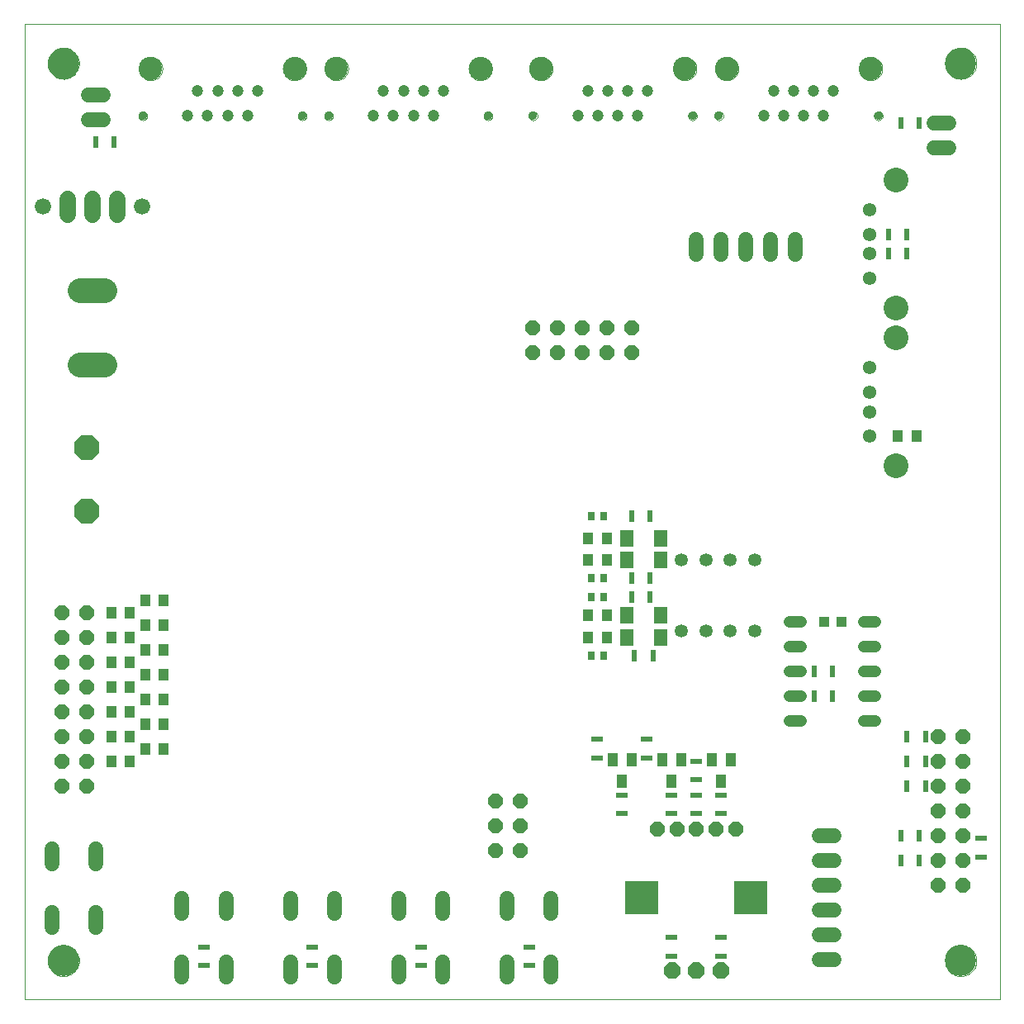
<source format=gbs>
G75*
G70*
%OFA0B0*%
%FSLAX24Y24*%
%IPPOS*%
%LPD*%
%AMOC8*
5,1,8,0,0,1.08239X$1,22.5*
%
%ADD10C,0.0000*%
%ADD11C,0.1260*%
%ADD12C,0.0600*%
%ADD13C,0.0480*%
%ADD14R,0.0413X0.0425*%
%ADD15R,0.0236X0.0512*%
%ADD16C,0.0472*%
%ADD17C,0.0945*%
%ADD18C,0.0354*%
%ADD19C,0.0543*%
%ADD20C,0.1000*%
%ADD21OC8,0.0591*%
%ADD22R,0.0433X0.0512*%
%ADD23OC8,0.0660*%
%ADD24R,0.1378X0.1378*%
%ADD25R,0.0512X0.0236*%
%ADD26R,0.0394X0.0551*%
%ADD27OC8,0.0600*%
%ADD28OC8,0.1000*%
%ADD29R,0.0276X0.0354*%
%ADD30R,0.0551X0.0709*%
%ADD31C,0.1000*%
%ADD32C,0.0650*%
%ADD33C,0.0660*%
%ADD34C,0.0531*%
D10*
X000825Y000180D02*
X000825Y039550D01*
X040195Y039550D01*
X040195Y000180D01*
X000825Y000180D01*
X001769Y001755D02*
X001771Y001805D01*
X001777Y001855D01*
X001787Y001904D01*
X001801Y001952D01*
X001818Y001999D01*
X001839Y002044D01*
X001864Y002088D01*
X001892Y002129D01*
X001924Y002168D01*
X001958Y002205D01*
X001995Y002239D01*
X002035Y002269D01*
X002077Y002296D01*
X002121Y002320D01*
X002167Y002341D01*
X002214Y002357D01*
X002262Y002370D01*
X002312Y002379D01*
X002361Y002384D01*
X002412Y002385D01*
X002462Y002382D01*
X002511Y002375D01*
X002560Y002364D01*
X002608Y002349D01*
X002654Y002331D01*
X002699Y002309D01*
X002742Y002283D01*
X002783Y002254D01*
X002822Y002222D01*
X002858Y002187D01*
X002890Y002149D01*
X002920Y002109D01*
X002947Y002066D01*
X002970Y002022D01*
X002989Y001976D01*
X003005Y001928D01*
X003017Y001879D01*
X003025Y001830D01*
X003029Y001780D01*
X003029Y001730D01*
X003025Y001680D01*
X003017Y001631D01*
X003005Y001582D01*
X002989Y001534D01*
X002970Y001488D01*
X002947Y001444D01*
X002920Y001401D01*
X002890Y001361D01*
X002858Y001323D01*
X002822Y001288D01*
X002783Y001256D01*
X002742Y001227D01*
X002699Y001201D01*
X002654Y001179D01*
X002608Y001161D01*
X002560Y001146D01*
X002511Y001135D01*
X002462Y001128D01*
X002412Y001125D01*
X002361Y001126D01*
X002312Y001131D01*
X002262Y001140D01*
X002214Y001153D01*
X002167Y001169D01*
X002121Y001190D01*
X002077Y001214D01*
X002035Y001241D01*
X001995Y001271D01*
X001958Y001305D01*
X001924Y001342D01*
X001892Y001381D01*
X001864Y001422D01*
X001839Y001466D01*
X001818Y001511D01*
X001801Y001558D01*
X001787Y001606D01*
X001777Y001655D01*
X001771Y001705D01*
X001769Y001755D01*
X005429Y035853D02*
X005431Y035879D01*
X005437Y035905D01*
X005447Y035930D01*
X005460Y035953D01*
X005476Y035973D01*
X005496Y035991D01*
X005518Y036006D01*
X005541Y036018D01*
X005567Y036026D01*
X005593Y036030D01*
X005619Y036030D01*
X005645Y036026D01*
X005671Y036018D01*
X005695Y036006D01*
X005716Y035991D01*
X005736Y035973D01*
X005752Y035953D01*
X005765Y035930D01*
X005775Y035905D01*
X005781Y035879D01*
X005783Y035853D01*
X005781Y035827D01*
X005775Y035801D01*
X005765Y035776D01*
X005752Y035753D01*
X005736Y035733D01*
X005716Y035715D01*
X005694Y035700D01*
X005671Y035688D01*
X005645Y035680D01*
X005619Y035676D01*
X005593Y035676D01*
X005567Y035680D01*
X005541Y035688D01*
X005517Y035700D01*
X005496Y035715D01*
X005476Y035733D01*
X005460Y035753D01*
X005447Y035776D01*
X005437Y035801D01*
X005431Y035827D01*
X005429Y035853D01*
X005449Y037759D02*
X005451Y037802D01*
X005457Y037844D01*
X005467Y037886D01*
X005480Y037927D01*
X005497Y037967D01*
X005518Y038004D01*
X005542Y038040D01*
X005569Y038073D01*
X005599Y038104D01*
X005632Y038132D01*
X005667Y038157D01*
X005704Y038178D01*
X005743Y038196D01*
X005783Y038210D01*
X005825Y038221D01*
X005867Y038228D01*
X005910Y038231D01*
X005953Y038230D01*
X005996Y038225D01*
X006038Y038216D01*
X006079Y038204D01*
X006119Y038188D01*
X006157Y038168D01*
X006193Y038145D01*
X006227Y038118D01*
X006259Y038089D01*
X006287Y038057D01*
X006313Y038022D01*
X006335Y037986D01*
X006354Y037947D01*
X006369Y037907D01*
X006381Y037866D01*
X006389Y037823D01*
X006393Y037780D01*
X006393Y037738D01*
X006389Y037695D01*
X006381Y037652D01*
X006369Y037611D01*
X006354Y037571D01*
X006335Y037532D01*
X006313Y037496D01*
X006287Y037461D01*
X006259Y037429D01*
X006227Y037400D01*
X006193Y037373D01*
X006157Y037350D01*
X006119Y037330D01*
X006079Y037314D01*
X006038Y037302D01*
X005996Y037293D01*
X005953Y037288D01*
X005910Y037287D01*
X005867Y037290D01*
X005825Y037297D01*
X005783Y037308D01*
X005743Y037322D01*
X005704Y037340D01*
X005667Y037361D01*
X005632Y037386D01*
X005599Y037414D01*
X005569Y037445D01*
X005542Y037478D01*
X005518Y037514D01*
X005497Y037551D01*
X005480Y037591D01*
X005467Y037632D01*
X005457Y037674D01*
X005451Y037716D01*
X005449Y037759D01*
X001769Y037975D02*
X001771Y038025D01*
X001777Y038075D01*
X001787Y038124D01*
X001801Y038172D01*
X001818Y038219D01*
X001839Y038264D01*
X001864Y038308D01*
X001892Y038349D01*
X001924Y038388D01*
X001958Y038425D01*
X001995Y038459D01*
X002035Y038489D01*
X002077Y038516D01*
X002121Y038540D01*
X002167Y038561D01*
X002214Y038577D01*
X002262Y038590D01*
X002312Y038599D01*
X002361Y038604D01*
X002412Y038605D01*
X002462Y038602D01*
X002511Y038595D01*
X002560Y038584D01*
X002608Y038569D01*
X002654Y038551D01*
X002699Y038529D01*
X002742Y038503D01*
X002783Y038474D01*
X002822Y038442D01*
X002858Y038407D01*
X002890Y038369D01*
X002920Y038329D01*
X002947Y038286D01*
X002970Y038242D01*
X002989Y038196D01*
X003005Y038148D01*
X003017Y038099D01*
X003025Y038050D01*
X003029Y038000D01*
X003029Y037950D01*
X003025Y037900D01*
X003017Y037851D01*
X003005Y037802D01*
X002989Y037754D01*
X002970Y037708D01*
X002947Y037664D01*
X002920Y037621D01*
X002890Y037581D01*
X002858Y037543D01*
X002822Y037508D01*
X002783Y037476D01*
X002742Y037447D01*
X002699Y037421D01*
X002654Y037399D01*
X002608Y037381D01*
X002560Y037366D01*
X002511Y037355D01*
X002462Y037348D01*
X002412Y037345D01*
X002361Y037346D01*
X002312Y037351D01*
X002262Y037360D01*
X002214Y037373D01*
X002167Y037389D01*
X002121Y037410D01*
X002077Y037434D01*
X002035Y037461D01*
X001995Y037491D01*
X001958Y037525D01*
X001924Y037562D01*
X001892Y037601D01*
X001864Y037642D01*
X001839Y037686D01*
X001818Y037731D01*
X001801Y037778D01*
X001787Y037826D01*
X001777Y037875D01*
X001771Y037925D01*
X001769Y037975D01*
X011256Y037759D02*
X011258Y037802D01*
X011264Y037844D01*
X011274Y037886D01*
X011287Y037927D01*
X011304Y037967D01*
X011325Y038004D01*
X011349Y038040D01*
X011376Y038073D01*
X011406Y038104D01*
X011439Y038132D01*
X011474Y038157D01*
X011511Y038178D01*
X011550Y038196D01*
X011590Y038210D01*
X011632Y038221D01*
X011674Y038228D01*
X011717Y038231D01*
X011760Y038230D01*
X011803Y038225D01*
X011845Y038216D01*
X011886Y038204D01*
X011926Y038188D01*
X011964Y038168D01*
X012000Y038145D01*
X012034Y038118D01*
X012066Y038089D01*
X012094Y038057D01*
X012120Y038022D01*
X012142Y037986D01*
X012161Y037947D01*
X012176Y037907D01*
X012188Y037866D01*
X012196Y037823D01*
X012200Y037780D01*
X012200Y037738D01*
X012196Y037695D01*
X012188Y037652D01*
X012176Y037611D01*
X012161Y037571D01*
X012142Y037532D01*
X012120Y037496D01*
X012094Y037461D01*
X012066Y037429D01*
X012034Y037400D01*
X012000Y037373D01*
X011964Y037350D01*
X011926Y037330D01*
X011886Y037314D01*
X011845Y037302D01*
X011803Y037293D01*
X011760Y037288D01*
X011717Y037287D01*
X011674Y037290D01*
X011632Y037297D01*
X011590Y037308D01*
X011550Y037322D01*
X011511Y037340D01*
X011474Y037361D01*
X011439Y037386D01*
X011406Y037414D01*
X011376Y037445D01*
X011349Y037478D01*
X011325Y037514D01*
X011304Y037551D01*
X011287Y037591D01*
X011274Y037632D01*
X011264Y037674D01*
X011258Y037716D01*
X011256Y037759D01*
X011866Y035853D02*
X011868Y035879D01*
X011874Y035905D01*
X011884Y035930D01*
X011897Y035953D01*
X011913Y035973D01*
X011933Y035991D01*
X011955Y036006D01*
X011978Y036018D01*
X012004Y036026D01*
X012030Y036030D01*
X012056Y036030D01*
X012082Y036026D01*
X012108Y036018D01*
X012132Y036006D01*
X012153Y035991D01*
X012173Y035973D01*
X012189Y035953D01*
X012202Y035930D01*
X012212Y035905D01*
X012218Y035879D01*
X012220Y035853D01*
X012218Y035827D01*
X012212Y035801D01*
X012202Y035776D01*
X012189Y035753D01*
X012173Y035733D01*
X012153Y035715D01*
X012131Y035700D01*
X012108Y035688D01*
X012082Y035680D01*
X012056Y035676D01*
X012030Y035676D01*
X012004Y035680D01*
X011978Y035688D01*
X011954Y035700D01*
X011933Y035715D01*
X011913Y035733D01*
X011897Y035753D01*
X011884Y035776D01*
X011874Y035801D01*
X011868Y035827D01*
X011866Y035853D01*
X012929Y035853D02*
X012931Y035879D01*
X012937Y035905D01*
X012947Y035930D01*
X012960Y035953D01*
X012976Y035973D01*
X012996Y035991D01*
X013018Y036006D01*
X013041Y036018D01*
X013067Y036026D01*
X013093Y036030D01*
X013119Y036030D01*
X013145Y036026D01*
X013171Y036018D01*
X013195Y036006D01*
X013216Y035991D01*
X013236Y035973D01*
X013252Y035953D01*
X013265Y035930D01*
X013275Y035905D01*
X013281Y035879D01*
X013283Y035853D01*
X013281Y035827D01*
X013275Y035801D01*
X013265Y035776D01*
X013252Y035753D01*
X013236Y035733D01*
X013216Y035715D01*
X013194Y035700D01*
X013171Y035688D01*
X013145Y035680D01*
X013119Y035676D01*
X013093Y035676D01*
X013067Y035680D01*
X013041Y035688D01*
X013017Y035700D01*
X012996Y035715D01*
X012976Y035733D01*
X012960Y035753D01*
X012947Y035776D01*
X012937Y035801D01*
X012931Y035827D01*
X012929Y035853D01*
X012949Y037759D02*
X012951Y037802D01*
X012957Y037844D01*
X012967Y037886D01*
X012980Y037927D01*
X012997Y037967D01*
X013018Y038004D01*
X013042Y038040D01*
X013069Y038073D01*
X013099Y038104D01*
X013132Y038132D01*
X013167Y038157D01*
X013204Y038178D01*
X013243Y038196D01*
X013283Y038210D01*
X013325Y038221D01*
X013367Y038228D01*
X013410Y038231D01*
X013453Y038230D01*
X013496Y038225D01*
X013538Y038216D01*
X013579Y038204D01*
X013619Y038188D01*
X013657Y038168D01*
X013693Y038145D01*
X013727Y038118D01*
X013759Y038089D01*
X013787Y038057D01*
X013813Y038022D01*
X013835Y037986D01*
X013854Y037947D01*
X013869Y037907D01*
X013881Y037866D01*
X013889Y037823D01*
X013893Y037780D01*
X013893Y037738D01*
X013889Y037695D01*
X013881Y037652D01*
X013869Y037611D01*
X013854Y037571D01*
X013835Y037532D01*
X013813Y037496D01*
X013787Y037461D01*
X013759Y037429D01*
X013727Y037400D01*
X013693Y037373D01*
X013657Y037350D01*
X013619Y037330D01*
X013579Y037314D01*
X013538Y037302D01*
X013496Y037293D01*
X013453Y037288D01*
X013410Y037287D01*
X013367Y037290D01*
X013325Y037297D01*
X013283Y037308D01*
X013243Y037322D01*
X013204Y037340D01*
X013167Y037361D01*
X013132Y037386D01*
X013099Y037414D01*
X013069Y037445D01*
X013042Y037478D01*
X013018Y037514D01*
X012997Y037551D01*
X012980Y037591D01*
X012967Y037632D01*
X012957Y037674D01*
X012951Y037716D01*
X012949Y037759D01*
X018756Y037759D02*
X018758Y037802D01*
X018764Y037844D01*
X018774Y037886D01*
X018787Y037927D01*
X018804Y037967D01*
X018825Y038004D01*
X018849Y038040D01*
X018876Y038073D01*
X018906Y038104D01*
X018939Y038132D01*
X018974Y038157D01*
X019011Y038178D01*
X019050Y038196D01*
X019090Y038210D01*
X019132Y038221D01*
X019174Y038228D01*
X019217Y038231D01*
X019260Y038230D01*
X019303Y038225D01*
X019345Y038216D01*
X019386Y038204D01*
X019426Y038188D01*
X019464Y038168D01*
X019500Y038145D01*
X019534Y038118D01*
X019566Y038089D01*
X019594Y038057D01*
X019620Y038022D01*
X019642Y037986D01*
X019661Y037947D01*
X019676Y037907D01*
X019688Y037866D01*
X019696Y037823D01*
X019700Y037780D01*
X019700Y037738D01*
X019696Y037695D01*
X019688Y037652D01*
X019676Y037611D01*
X019661Y037571D01*
X019642Y037532D01*
X019620Y037496D01*
X019594Y037461D01*
X019566Y037429D01*
X019534Y037400D01*
X019500Y037373D01*
X019464Y037350D01*
X019426Y037330D01*
X019386Y037314D01*
X019345Y037302D01*
X019303Y037293D01*
X019260Y037288D01*
X019217Y037287D01*
X019174Y037290D01*
X019132Y037297D01*
X019090Y037308D01*
X019050Y037322D01*
X019011Y037340D01*
X018974Y037361D01*
X018939Y037386D01*
X018906Y037414D01*
X018876Y037445D01*
X018849Y037478D01*
X018825Y037514D01*
X018804Y037551D01*
X018787Y037591D01*
X018774Y037632D01*
X018764Y037674D01*
X018758Y037716D01*
X018756Y037759D01*
X019366Y035853D02*
X019368Y035879D01*
X019374Y035905D01*
X019384Y035930D01*
X019397Y035953D01*
X019413Y035973D01*
X019433Y035991D01*
X019455Y036006D01*
X019478Y036018D01*
X019504Y036026D01*
X019530Y036030D01*
X019556Y036030D01*
X019582Y036026D01*
X019608Y036018D01*
X019632Y036006D01*
X019653Y035991D01*
X019673Y035973D01*
X019689Y035953D01*
X019702Y035930D01*
X019712Y035905D01*
X019718Y035879D01*
X019720Y035853D01*
X019718Y035827D01*
X019712Y035801D01*
X019702Y035776D01*
X019689Y035753D01*
X019673Y035733D01*
X019653Y035715D01*
X019631Y035700D01*
X019608Y035688D01*
X019582Y035680D01*
X019556Y035676D01*
X019530Y035676D01*
X019504Y035680D01*
X019478Y035688D01*
X019454Y035700D01*
X019433Y035715D01*
X019413Y035733D01*
X019397Y035753D01*
X019384Y035776D01*
X019374Y035801D01*
X019368Y035827D01*
X019366Y035853D01*
X021179Y035853D02*
X021181Y035879D01*
X021187Y035905D01*
X021197Y035930D01*
X021210Y035953D01*
X021226Y035973D01*
X021246Y035991D01*
X021268Y036006D01*
X021291Y036018D01*
X021317Y036026D01*
X021343Y036030D01*
X021369Y036030D01*
X021395Y036026D01*
X021421Y036018D01*
X021445Y036006D01*
X021466Y035991D01*
X021486Y035973D01*
X021502Y035953D01*
X021515Y035930D01*
X021525Y035905D01*
X021531Y035879D01*
X021533Y035853D01*
X021531Y035827D01*
X021525Y035801D01*
X021515Y035776D01*
X021502Y035753D01*
X021486Y035733D01*
X021466Y035715D01*
X021444Y035700D01*
X021421Y035688D01*
X021395Y035680D01*
X021369Y035676D01*
X021343Y035676D01*
X021317Y035680D01*
X021291Y035688D01*
X021267Y035700D01*
X021246Y035715D01*
X021226Y035733D01*
X021210Y035753D01*
X021197Y035776D01*
X021187Y035801D01*
X021181Y035827D01*
X021179Y035853D01*
X021199Y037759D02*
X021201Y037802D01*
X021207Y037844D01*
X021217Y037886D01*
X021230Y037927D01*
X021247Y037967D01*
X021268Y038004D01*
X021292Y038040D01*
X021319Y038073D01*
X021349Y038104D01*
X021382Y038132D01*
X021417Y038157D01*
X021454Y038178D01*
X021493Y038196D01*
X021533Y038210D01*
X021575Y038221D01*
X021617Y038228D01*
X021660Y038231D01*
X021703Y038230D01*
X021746Y038225D01*
X021788Y038216D01*
X021829Y038204D01*
X021869Y038188D01*
X021907Y038168D01*
X021943Y038145D01*
X021977Y038118D01*
X022009Y038089D01*
X022037Y038057D01*
X022063Y038022D01*
X022085Y037986D01*
X022104Y037947D01*
X022119Y037907D01*
X022131Y037866D01*
X022139Y037823D01*
X022143Y037780D01*
X022143Y037738D01*
X022139Y037695D01*
X022131Y037652D01*
X022119Y037611D01*
X022104Y037571D01*
X022085Y037532D01*
X022063Y037496D01*
X022037Y037461D01*
X022009Y037429D01*
X021977Y037400D01*
X021943Y037373D01*
X021907Y037350D01*
X021869Y037330D01*
X021829Y037314D01*
X021788Y037302D01*
X021746Y037293D01*
X021703Y037288D01*
X021660Y037287D01*
X021617Y037290D01*
X021575Y037297D01*
X021533Y037308D01*
X021493Y037322D01*
X021454Y037340D01*
X021417Y037361D01*
X021382Y037386D01*
X021349Y037414D01*
X021319Y037445D01*
X021292Y037478D01*
X021268Y037514D01*
X021247Y037551D01*
X021230Y037591D01*
X021217Y037632D01*
X021207Y037674D01*
X021201Y037716D01*
X021199Y037759D01*
X027006Y037759D02*
X027008Y037802D01*
X027014Y037844D01*
X027024Y037886D01*
X027037Y037927D01*
X027054Y037967D01*
X027075Y038004D01*
X027099Y038040D01*
X027126Y038073D01*
X027156Y038104D01*
X027189Y038132D01*
X027224Y038157D01*
X027261Y038178D01*
X027300Y038196D01*
X027340Y038210D01*
X027382Y038221D01*
X027424Y038228D01*
X027467Y038231D01*
X027510Y038230D01*
X027553Y038225D01*
X027595Y038216D01*
X027636Y038204D01*
X027676Y038188D01*
X027714Y038168D01*
X027750Y038145D01*
X027784Y038118D01*
X027816Y038089D01*
X027844Y038057D01*
X027870Y038022D01*
X027892Y037986D01*
X027911Y037947D01*
X027926Y037907D01*
X027938Y037866D01*
X027946Y037823D01*
X027950Y037780D01*
X027950Y037738D01*
X027946Y037695D01*
X027938Y037652D01*
X027926Y037611D01*
X027911Y037571D01*
X027892Y037532D01*
X027870Y037496D01*
X027844Y037461D01*
X027816Y037429D01*
X027784Y037400D01*
X027750Y037373D01*
X027714Y037350D01*
X027676Y037330D01*
X027636Y037314D01*
X027595Y037302D01*
X027553Y037293D01*
X027510Y037288D01*
X027467Y037287D01*
X027424Y037290D01*
X027382Y037297D01*
X027340Y037308D01*
X027300Y037322D01*
X027261Y037340D01*
X027224Y037361D01*
X027189Y037386D01*
X027156Y037414D01*
X027126Y037445D01*
X027099Y037478D01*
X027075Y037514D01*
X027054Y037551D01*
X027037Y037591D01*
X027024Y037632D01*
X027014Y037674D01*
X027008Y037716D01*
X027006Y037759D01*
X027616Y035853D02*
X027618Y035879D01*
X027624Y035905D01*
X027634Y035930D01*
X027647Y035953D01*
X027663Y035973D01*
X027683Y035991D01*
X027705Y036006D01*
X027728Y036018D01*
X027754Y036026D01*
X027780Y036030D01*
X027806Y036030D01*
X027832Y036026D01*
X027858Y036018D01*
X027882Y036006D01*
X027903Y035991D01*
X027923Y035973D01*
X027939Y035953D01*
X027952Y035930D01*
X027962Y035905D01*
X027968Y035879D01*
X027970Y035853D01*
X027968Y035827D01*
X027962Y035801D01*
X027952Y035776D01*
X027939Y035753D01*
X027923Y035733D01*
X027903Y035715D01*
X027881Y035700D01*
X027858Y035688D01*
X027832Y035680D01*
X027806Y035676D01*
X027780Y035676D01*
X027754Y035680D01*
X027728Y035688D01*
X027704Y035700D01*
X027683Y035715D01*
X027663Y035733D01*
X027647Y035753D01*
X027634Y035776D01*
X027624Y035801D01*
X027618Y035827D01*
X027616Y035853D01*
X028679Y035853D02*
X028681Y035879D01*
X028687Y035905D01*
X028697Y035930D01*
X028710Y035953D01*
X028726Y035973D01*
X028746Y035991D01*
X028768Y036006D01*
X028791Y036018D01*
X028817Y036026D01*
X028843Y036030D01*
X028869Y036030D01*
X028895Y036026D01*
X028921Y036018D01*
X028945Y036006D01*
X028966Y035991D01*
X028986Y035973D01*
X029002Y035953D01*
X029015Y035930D01*
X029025Y035905D01*
X029031Y035879D01*
X029033Y035853D01*
X029031Y035827D01*
X029025Y035801D01*
X029015Y035776D01*
X029002Y035753D01*
X028986Y035733D01*
X028966Y035715D01*
X028944Y035700D01*
X028921Y035688D01*
X028895Y035680D01*
X028869Y035676D01*
X028843Y035676D01*
X028817Y035680D01*
X028791Y035688D01*
X028767Y035700D01*
X028746Y035715D01*
X028726Y035733D01*
X028710Y035753D01*
X028697Y035776D01*
X028687Y035801D01*
X028681Y035827D01*
X028679Y035853D01*
X028699Y037759D02*
X028701Y037802D01*
X028707Y037844D01*
X028717Y037886D01*
X028730Y037927D01*
X028747Y037967D01*
X028768Y038004D01*
X028792Y038040D01*
X028819Y038073D01*
X028849Y038104D01*
X028882Y038132D01*
X028917Y038157D01*
X028954Y038178D01*
X028993Y038196D01*
X029033Y038210D01*
X029075Y038221D01*
X029117Y038228D01*
X029160Y038231D01*
X029203Y038230D01*
X029246Y038225D01*
X029288Y038216D01*
X029329Y038204D01*
X029369Y038188D01*
X029407Y038168D01*
X029443Y038145D01*
X029477Y038118D01*
X029509Y038089D01*
X029537Y038057D01*
X029563Y038022D01*
X029585Y037986D01*
X029604Y037947D01*
X029619Y037907D01*
X029631Y037866D01*
X029639Y037823D01*
X029643Y037780D01*
X029643Y037738D01*
X029639Y037695D01*
X029631Y037652D01*
X029619Y037611D01*
X029604Y037571D01*
X029585Y037532D01*
X029563Y037496D01*
X029537Y037461D01*
X029509Y037429D01*
X029477Y037400D01*
X029443Y037373D01*
X029407Y037350D01*
X029369Y037330D01*
X029329Y037314D01*
X029288Y037302D01*
X029246Y037293D01*
X029203Y037288D01*
X029160Y037287D01*
X029117Y037290D01*
X029075Y037297D01*
X029033Y037308D01*
X028993Y037322D01*
X028954Y037340D01*
X028917Y037361D01*
X028882Y037386D01*
X028849Y037414D01*
X028819Y037445D01*
X028792Y037478D01*
X028768Y037514D01*
X028747Y037551D01*
X028730Y037591D01*
X028717Y037632D01*
X028707Y037674D01*
X028701Y037716D01*
X028699Y037759D01*
X034506Y037759D02*
X034508Y037802D01*
X034514Y037844D01*
X034524Y037886D01*
X034537Y037927D01*
X034554Y037967D01*
X034575Y038004D01*
X034599Y038040D01*
X034626Y038073D01*
X034656Y038104D01*
X034689Y038132D01*
X034724Y038157D01*
X034761Y038178D01*
X034800Y038196D01*
X034840Y038210D01*
X034882Y038221D01*
X034924Y038228D01*
X034967Y038231D01*
X035010Y038230D01*
X035053Y038225D01*
X035095Y038216D01*
X035136Y038204D01*
X035176Y038188D01*
X035214Y038168D01*
X035250Y038145D01*
X035284Y038118D01*
X035316Y038089D01*
X035344Y038057D01*
X035370Y038022D01*
X035392Y037986D01*
X035411Y037947D01*
X035426Y037907D01*
X035438Y037866D01*
X035446Y037823D01*
X035450Y037780D01*
X035450Y037738D01*
X035446Y037695D01*
X035438Y037652D01*
X035426Y037611D01*
X035411Y037571D01*
X035392Y037532D01*
X035370Y037496D01*
X035344Y037461D01*
X035316Y037429D01*
X035284Y037400D01*
X035250Y037373D01*
X035214Y037350D01*
X035176Y037330D01*
X035136Y037314D01*
X035095Y037302D01*
X035053Y037293D01*
X035010Y037288D01*
X034967Y037287D01*
X034924Y037290D01*
X034882Y037297D01*
X034840Y037308D01*
X034800Y037322D01*
X034761Y037340D01*
X034724Y037361D01*
X034689Y037386D01*
X034656Y037414D01*
X034626Y037445D01*
X034599Y037478D01*
X034575Y037514D01*
X034554Y037551D01*
X034537Y037591D01*
X034524Y037632D01*
X034514Y037674D01*
X034508Y037716D01*
X034506Y037759D01*
X035116Y035853D02*
X035118Y035879D01*
X035124Y035905D01*
X035134Y035930D01*
X035147Y035953D01*
X035163Y035973D01*
X035183Y035991D01*
X035205Y036006D01*
X035228Y036018D01*
X035254Y036026D01*
X035280Y036030D01*
X035306Y036030D01*
X035332Y036026D01*
X035358Y036018D01*
X035382Y036006D01*
X035403Y035991D01*
X035423Y035973D01*
X035439Y035953D01*
X035452Y035930D01*
X035462Y035905D01*
X035468Y035879D01*
X035470Y035853D01*
X035468Y035827D01*
X035462Y035801D01*
X035452Y035776D01*
X035439Y035753D01*
X035423Y035733D01*
X035403Y035715D01*
X035381Y035700D01*
X035358Y035688D01*
X035332Y035680D01*
X035306Y035676D01*
X035280Y035676D01*
X035254Y035680D01*
X035228Y035688D01*
X035204Y035700D01*
X035183Y035715D01*
X035163Y035733D01*
X035147Y035753D01*
X035134Y035776D01*
X035124Y035801D01*
X035118Y035827D01*
X035116Y035853D01*
X037990Y037975D02*
X037992Y038025D01*
X037998Y038075D01*
X038008Y038124D01*
X038022Y038172D01*
X038039Y038219D01*
X038060Y038264D01*
X038085Y038308D01*
X038113Y038349D01*
X038145Y038388D01*
X038179Y038425D01*
X038216Y038459D01*
X038256Y038489D01*
X038298Y038516D01*
X038342Y038540D01*
X038388Y038561D01*
X038435Y038577D01*
X038483Y038590D01*
X038533Y038599D01*
X038582Y038604D01*
X038633Y038605D01*
X038683Y038602D01*
X038732Y038595D01*
X038781Y038584D01*
X038829Y038569D01*
X038875Y038551D01*
X038920Y038529D01*
X038963Y038503D01*
X039004Y038474D01*
X039043Y038442D01*
X039079Y038407D01*
X039111Y038369D01*
X039141Y038329D01*
X039168Y038286D01*
X039191Y038242D01*
X039210Y038196D01*
X039226Y038148D01*
X039238Y038099D01*
X039246Y038050D01*
X039250Y038000D01*
X039250Y037950D01*
X039246Y037900D01*
X039238Y037851D01*
X039226Y037802D01*
X039210Y037754D01*
X039191Y037708D01*
X039168Y037664D01*
X039141Y037621D01*
X039111Y037581D01*
X039079Y037543D01*
X039043Y037508D01*
X039004Y037476D01*
X038963Y037447D01*
X038920Y037421D01*
X038875Y037399D01*
X038829Y037381D01*
X038781Y037366D01*
X038732Y037355D01*
X038683Y037348D01*
X038633Y037345D01*
X038582Y037346D01*
X038533Y037351D01*
X038483Y037360D01*
X038435Y037373D01*
X038388Y037389D01*
X038342Y037410D01*
X038298Y037434D01*
X038256Y037461D01*
X038216Y037491D01*
X038179Y037525D01*
X038145Y037562D01*
X038113Y037601D01*
X038085Y037642D01*
X038060Y037686D01*
X038039Y037731D01*
X038022Y037778D01*
X038008Y037826D01*
X037998Y037875D01*
X037992Y037925D01*
X037990Y037975D01*
X037990Y001755D02*
X037992Y001805D01*
X037998Y001855D01*
X038008Y001904D01*
X038022Y001952D01*
X038039Y001999D01*
X038060Y002044D01*
X038085Y002088D01*
X038113Y002129D01*
X038145Y002168D01*
X038179Y002205D01*
X038216Y002239D01*
X038256Y002269D01*
X038298Y002296D01*
X038342Y002320D01*
X038388Y002341D01*
X038435Y002357D01*
X038483Y002370D01*
X038533Y002379D01*
X038582Y002384D01*
X038633Y002385D01*
X038683Y002382D01*
X038732Y002375D01*
X038781Y002364D01*
X038829Y002349D01*
X038875Y002331D01*
X038920Y002309D01*
X038963Y002283D01*
X039004Y002254D01*
X039043Y002222D01*
X039079Y002187D01*
X039111Y002149D01*
X039141Y002109D01*
X039168Y002066D01*
X039191Y002022D01*
X039210Y001976D01*
X039226Y001928D01*
X039238Y001879D01*
X039246Y001830D01*
X039250Y001780D01*
X039250Y001730D01*
X039246Y001680D01*
X039238Y001631D01*
X039226Y001582D01*
X039210Y001534D01*
X039191Y001488D01*
X039168Y001444D01*
X039141Y001401D01*
X039111Y001361D01*
X039079Y001323D01*
X039043Y001288D01*
X039004Y001256D01*
X038963Y001227D01*
X038920Y001201D01*
X038875Y001179D01*
X038829Y001161D01*
X038781Y001146D01*
X038732Y001135D01*
X038683Y001128D01*
X038633Y001125D01*
X038582Y001126D01*
X038533Y001131D01*
X038483Y001140D01*
X038435Y001153D01*
X038388Y001169D01*
X038342Y001190D01*
X038298Y001214D01*
X038256Y001241D01*
X038216Y001271D01*
X038179Y001305D01*
X038145Y001342D01*
X038113Y001381D01*
X038085Y001422D01*
X038060Y001466D01*
X038039Y001511D01*
X038022Y001558D01*
X038008Y001606D01*
X037998Y001655D01*
X037992Y001705D01*
X037990Y001755D01*
D11*
X038620Y001755D03*
X002399Y001755D03*
X002399Y037975D03*
X038620Y037975D03*
D12*
X038125Y035555D02*
X037525Y035555D01*
X037525Y034555D02*
X038125Y034555D01*
X031950Y030855D02*
X031950Y030255D01*
X030950Y030255D02*
X030950Y030855D01*
X029950Y030855D02*
X029950Y030255D01*
X028950Y030255D02*
X028950Y030855D01*
X027950Y030855D02*
X027950Y030255D01*
X032900Y006805D02*
X033500Y006805D01*
X033500Y005805D02*
X032900Y005805D01*
X032900Y004805D02*
X033500Y004805D01*
X033500Y003805D02*
X032900Y003805D01*
X032900Y002805D02*
X033500Y002805D01*
X033500Y001805D02*
X032900Y001805D01*
X022090Y001700D02*
X022090Y001100D01*
X020310Y001100D02*
X020310Y001700D01*
X020310Y003660D02*
X020310Y004260D01*
X022090Y004260D02*
X022090Y003660D01*
X017715Y003660D02*
X017715Y004260D01*
X015935Y004260D02*
X015935Y003660D01*
X015935Y001700D02*
X015935Y001100D01*
X017715Y001100D02*
X017715Y001700D01*
X013340Y001700D02*
X013340Y001100D01*
X011560Y001100D02*
X011560Y001700D01*
X011560Y003660D02*
X011560Y004260D01*
X013340Y004260D02*
X013340Y003660D01*
X008965Y003660D02*
X008965Y004260D01*
X007185Y004260D02*
X007185Y003660D01*
X007185Y001700D02*
X007185Y001100D01*
X008965Y001100D02*
X008965Y001700D01*
X003715Y003100D02*
X003715Y003700D01*
X001935Y003700D02*
X001935Y003100D01*
X001935Y005660D02*
X001935Y006260D01*
X003715Y006260D02*
X003715Y005660D01*
X004000Y035680D02*
X003400Y035680D01*
X003400Y036680D02*
X004000Y036680D01*
D13*
X031710Y015430D02*
X032190Y015430D01*
X032190Y014430D02*
X031710Y014430D01*
X031710Y013430D02*
X032190Y013430D01*
X032190Y012430D02*
X031710Y012430D01*
X031710Y011430D02*
X032190Y011430D01*
X034710Y011430D02*
X035190Y011430D01*
X035190Y012430D02*
X034710Y012430D01*
X034710Y013430D02*
X035190Y013430D01*
X035190Y014430D02*
X034710Y014430D01*
X034710Y015430D02*
X035190Y015430D01*
D14*
X033794Y015430D03*
X033105Y015430D03*
D15*
X033449Y013430D03*
X032701Y013430D03*
X032701Y012430D03*
X033449Y012430D03*
X036451Y010805D03*
X037199Y010805D03*
X037199Y009805D03*
X036451Y009805D03*
X036451Y008805D03*
X037199Y008805D03*
X036949Y006805D03*
X036201Y006805D03*
X036201Y005805D03*
X036949Y005805D03*
X026199Y014055D03*
X025451Y014055D03*
X025326Y016430D03*
X026074Y016430D03*
X026074Y017180D03*
X025326Y017180D03*
X025326Y019680D03*
X026074Y019680D03*
X035701Y030305D03*
X036449Y030305D03*
X036449Y031055D03*
X035701Y031055D03*
X036201Y035555D03*
X036949Y035555D03*
X004449Y034805D03*
X003701Y034805D03*
D16*
X007419Y035853D03*
X008222Y035853D03*
X009025Y035853D03*
X009829Y035853D03*
X010230Y036853D03*
X009427Y036853D03*
X008624Y036853D03*
X007821Y036853D03*
X014919Y035853D03*
X015722Y035853D03*
X016525Y035853D03*
X017329Y035853D03*
X017730Y036853D03*
X016927Y036853D03*
X016124Y036853D03*
X015321Y036853D03*
X023169Y035853D03*
X023972Y035853D03*
X024775Y035853D03*
X025579Y035853D03*
X025980Y036853D03*
X025177Y036853D03*
X024374Y036853D03*
X023571Y036853D03*
X030669Y035853D03*
X031472Y035853D03*
X032275Y035853D03*
X033079Y035853D03*
X033480Y036853D03*
X032677Y036853D03*
X031874Y036853D03*
X031071Y036853D03*
D17*
X029171Y037759D03*
X027478Y037759D03*
X021671Y037759D03*
X019228Y037759D03*
X013421Y037759D03*
X011728Y037759D03*
X005921Y037759D03*
X034978Y037759D03*
D18*
X035293Y035853D03*
X028856Y035853D03*
X027793Y035853D03*
X021356Y035853D03*
X019543Y035853D03*
X013106Y035853D03*
X012043Y035853D03*
X005606Y035853D03*
D19*
X034950Y032058D03*
X034950Y031074D03*
X034950Y030286D03*
X034950Y029302D03*
X034950Y025683D03*
X034950Y024699D03*
X034950Y023911D03*
X034950Y022927D03*
D20*
X036017Y021718D03*
X036017Y026892D03*
X036017Y028093D03*
X036017Y033267D03*
D21*
X025325Y027305D03*
X025325Y026305D03*
X024325Y026305D03*
X024325Y027305D03*
X023325Y027305D03*
X023325Y026305D03*
X022325Y026305D03*
X022325Y027305D03*
X021325Y027305D03*
X021325Y026305D03*
X037700Y010805D03*
X038700Y010805D03*
X038700Y009805D03*
X038700Y008805D03*
X038700Y007805D03*
X038700Y006805D03*
X038700Y005805D03*
X038700Y004805D03*
X037700Y004805D03*
X037700Y005805D03*
X037700Y006805D03*
X037700Y007805D03*
X037700Y008805D03*
X037700Y009805D03*
X029524Y007061D03*
X028737Y007061D03*
X027950Y007061D03*
X027162Y007061D03*
X026375Y007061D03*
X003325Y008805D03*
X003325Y009805D03*
X003325Y010805D03*
X003325Y011805D03*
X003325Y012805D03*
X003325Y013805D03*
X003325Y014805D03*
X003325Y015805D03*
X002325Y015805D03*
X002325Y014805D03*
X002325Y013805D03*
X002325Y012805D03*
X002325Y011805D03*
X002325Y010805D03*
X002325Y009805D03*
X002325Y008805D03*
D22*
X004326Y009805D03*
X005074Y009805D03*
X005701Y010305D03*
X006449Y010305D03*
X006449Y011305D03*
X005701Y011305D03*
X005074Y010805D03*
X004326Y010805D03*
X004326Y011805D03*
X005074Y011805D03*
X005701Y012305D03*
X006449Y012305D03*
X006449Y013305D03*
X005701Y013305D03*
X005074Y012805D03*
X004326Y012805D03*
X004326Y013805D03*
X005074Y013805D03*
X005701Y014305D03*
X005074Y014805D03*
X005701Y015305D03*
X005074Y015805D03*
X004326Y015805D03*
X004326Y014805D03*
X005701Y016305D03*
X006449Y016305D03*
X006449Y015305D03*
X006449Y014305D03*
X023576Y014805D03*
X024324Y014805D03*
X024324Y015680D03*
X023576Y015680D03*
X023576Y017930D03*
X024324Y017930D03*
X024324Y018805D03*
X023576Y018805D03*
X036076Y022930D03*
X036824Y022930D03*
D23*
X028934Y001352D03*
X027950Y001352D03*
X026965Y001352D03*
D24*
X025745Y004305D03*
X030154Y004305D03*
D25*
X028950Y002679D03*
X028950Y001931D03*
X026950Y001931D03*
X026950Y002679D03*
X026950Y007681D03*
X026950Y008429D03*
X027950Y008429D03*
X027950Y009056D03*
X027950Y009804D03*
X028950Y008429D03*
X028950Y007681D03*
X027950Y007681D03*
X025950Y009931D03*
X025950Y010679D03*
X023950Y010679D03*
X023950Y009931D03*
X024950Y008429D03*
X024950Y007681D03*
X021200Y002304D03*
X021200Y001556D03*
X016825Y001556D03*
X016825Y002304D03*
X012450Y002304D03*
X012450Y001556D03*
X008075Y001556D03*
X008075Y002304D03*
X039450Y005931D03*
X039450Y006679D03*
D26*
X029324Y009863D03*
X028576Y009863D03*
X028950Y008997D03*
X027324Y009863D03*
X026576Y009863D03*
X026950Y008997D03*
X025324Y009863D03*
X024576Y009863D03*
X024950Y008997D03*
D27*
X020825Y008180D03*
X020825Y007180D03*
X019825Y007180D03*
X019825Y008180D03*
X019825Y006180D03*
X020825Y006180D03*
D28*
X003325Y019900D03*
X003325Y022460D03*
D29*
X023694Y019680D03*
X024206Y019680D03*
X024206Y017180D03*
X023694Y017180D03*
X023694Y016430D03*
X024206Y016430D03*
X024206Y014055D03*
X023694Y014055D03*
D30*
X025155Y014805D03*
X025155Y015680D03*
X026494Y015680D03*
X026494Y014805D03*
X026494Y017930D03*
X026494Y018805D03*
X025155Y018805D03*
X025155Y017930D03*
D31*
X004075Y025805D02*
X003075Y025805D01*
X003075Y028805D02*
X004075Y028805D01*
D32*
X004575Y031855D02*
X004575Y032505D01*
X003575Y032505D02*
X003575Y031855D01*
X002575Y031855D02*
X002575Y032505D01*
D33*
X001575Y032180D03*
X005575Y032180D03*
D34*
X027348Y017930D03*
X028333Y017930D03*
X029317Y017930D03*
X030301Y017930D03*
X030301Y015055D03*
X029317Y015055D03*
X028333Y015055D03*
X027348Y015055D03*
M02*

</source>
